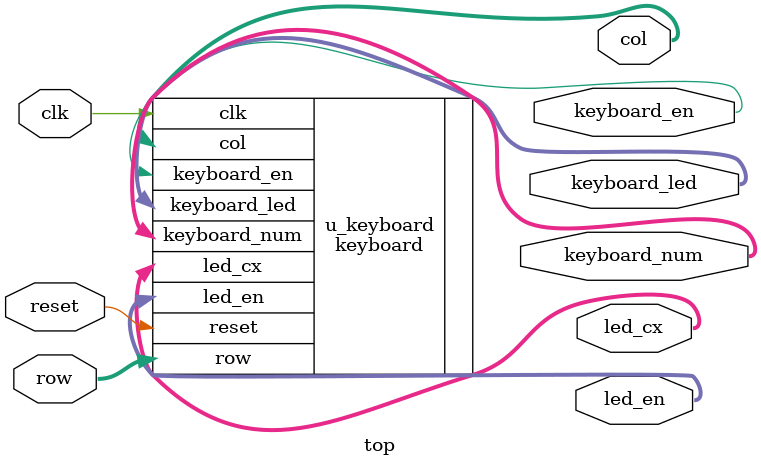
<source format=v>
`timescale 1ns / 1ps


module top(
    input         clk,
    input         reset,
    input  [3:0]  row,
    output [3:0]  col,
    output        keyboard_en,
    output [15:0] keyboard_led,
    output [3:0]  keyboard_num,
    output [7:0] led_en,
    output [7:0] led_cx
);

keyboard u_keyboard(
    .clk(clk), 
    .reset(reset), 
    .row(row), 
    .col(col), 
    .keyboard_en(keyboard_en), 
    .keyboard_led(keyboard_led),   //°´¼üDCBA#9630852*741¶ÔÓ¦GLD0-GLD7:YLD0-YLD7
    .keyboard_num(keyboard_num),    // ÒòÖ»ÁÁÒ»¸öÖÜÆÚ£¬Ö±½ÓËÍµ½ledÏÔÊ¾½«¿´²»µ½µÆÁÁ
    .led_en(led_en),
    .led_cx(led_cx)
);



endmodule

</source>
